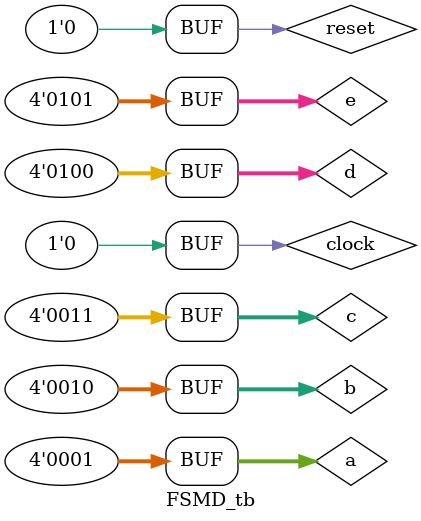
<source format=v>

`timescale 10ns/1ns

module FSMD_tb ();
  
	reg clock, reset;
	reg [3:0] a, b, c, d, e;
	wire [3:0] R1, R2, R3, PS, NS;
  
	FSMD DUT	(.clock(clock), .reset(reset), 
				.a(a), .b(b), .c(c), .d(d), .e(e),
				.R1(R1), .R2(R2), .R3(R3), .PS(PS), .NS(NS));
  
	initial
		begin
			$monitor($time, " R1=%d, R2=%d, R3=%d,  PS=%d, NS=%d", R1, R2, R3, PS, NS);
		end
  
	initial
	begin
		$dumpfile("FSMD.vcd");
		$dumpvars(1, FSMD_tb);

		#0 clock=0; reset=1; a=1; b=2; c=3; d=4; e=5;

		repeat(100) begin
			#50 clock = ~clock; reset=0;
		end
	end
  
endmodule
</source>
